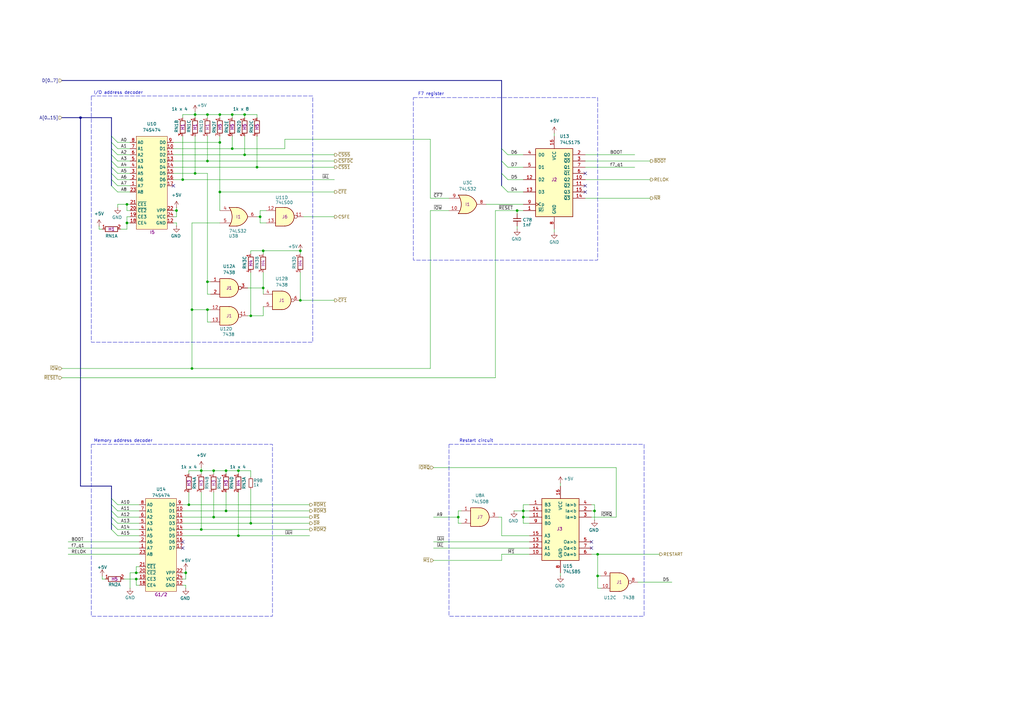
<source format=kicad_sch>
(kicad_sch (version 20250114) (generator "eeschema") (generator_version "9.0")
  (paper "A3")
  (title_block (title "Elwro 800 Junior Rev C - address decoders") (company "Przemysław Węgrzyn <pwegrzyn@codepainters.com>"))
  (lib_symbols
    (symbol "74xx:74LS00" (pin_names (offset 1.016))
      (property "Reference" "U" (at 0 1.27 0))
      (property "Value" "74LS00" (at 0 -1.27 0))
      (symbol "74LS00_1_1"
        (pin input line (at -7.62 2.54 0) (length 3.81) (name "~") (number "1"))
        (pin input line (at -7.62 -2.54 0) (length 3.81) (name "~") (number "2"))
        (pin output inverted (at 7.62 0 180) (length 3.81) (name "~") (number "3"))
      )
      (symbol "74LS00_1_2"
        (pin input inverted (at -7.62 2.54 0) (length 4.318) (name "~") (number "1"))
        (pin input inverted (at -7.62 -2.54 0) (length 4.318) (name "~") (number "2"))
        (pin output line (at 7.62 0 180) (length 3.81) (name "~") (number "3"))
      )
      (symbol "74LS00_2_1"
        (pin input line (at -7.62 2.54 0) (length 3.81) (name "~") (number "4"))
        (pin input line (at -7.62 -2.54 0) (length 3.81) (name "~") (number "5"))
        (pin output inverted (at 7.62 0 180) (length 3.81) (name "~") (number "6"))
      )
      (symbol "74LS00_2_2"
        (pin input inverted (at -7.62 2.54 0) (length 4.318) (name "~") (number "4"))
        (pin input inverted (at -7.62 -2.54 0) (length 4.318) (name "~") (number "5"))
        (pin output line (at 7.62 0 180) (length 3.81) (name "~") (number "6"))
      )
      (symbol "74LS00_3_1"
        (pin input line (at -7.62 2.54 0) (length 3.81) (name "~") (number "9"))
        (pin input line (at -7.62 -2.54 0) (length 3.81) (name "~") (number "10"))
        (pin output inverted (at 7.62 0 180) (length 3.81) (name "~") (number "8"))
      )
      (symbol "74LS00_3_2"
        (pin input inverted (at -7.62 2.54 0) (length 4.318) (name "~") (number "9"))
        (pin input inverted (at -7.62 -2.54 0) (length 4.318) (name "~") (number "10"))
        (pin output line (at 7.62 0 180) (length 3.81) (name "~") (number "8"))
      )
      (symbol "74LS00_4_1"
        (pin input line (at -7.62 2.54 0) (length 3.81) (name "~") (number "12"))
        (pin input line (at -7.62 -2.54 0) (length 3.81) (name "~") (number "13"))
        (pin output inverted (at 7.62 0 180) (length 3.81) (name "~") (number "11"))
      )
      (symbol "74LS00_4_2"
        (pin input inverted (at -7.62 2.54 0) (length 4.318) (name "~") (number "12"))
        (pin input inverted (at -7.62 -2.54 0) (length 4.318) (name "~") (number "13"))
        (pin output line (at 7.62 0 180) (length 3.81) (name "~") (number "11"))
      )
      (symbol "74LS00_5_0"
        (pin power_in line (at 0 12.7 270) (length 5.08) (name "VCC") (number "14"))
        (pin power_in line (at 0 -12.7 90) (length 5.08) (name "GND") (number "7"))
      )
    )
    (symbol "74xx:74LS08" (pin_names (offset 1.016))
      (property "Reference" "U" (at 0 1.27 0))
      (property "Value" "74LS08" (at 0 -1.27 0))
      (symbol "74LS08_1_1"
        (pin input line (at -7.62 2.54 0) (length 3.81) (name "~") (number "1"))
        (pin input line (at -7.62 -2.54 0) (length 3.81) (name "~") (number "2"))
        (pin output line (at 7.62 0 180) (length 3.81) (name "~") (number "3"))
      )
      (symbol "74LS08_1_2"
        (pin input inverted (at -7.62 2.54 0) (length 4.318) (name "~") (number "1"))
        (pin input inverted (at -7.62 -2.54 0) (length 4.318) (name "~") (number "2"))
        (pin output inverted (at 7.62 0 180) (length 3.81) (name "~") (number "3"))
      )
      (symbol "74LS08_2_1"
        (pin input line (at -7.62 2.54 0) (length 3.81) (name "~") (number "4"))
        (pin input line (at -7.62 -2.54 0) (length 3.81) (name "~") (number "5"))
        (pin output line (at 7.62 0 180) (length 3.81) (name "~") (number "6"))
      )
      (symbol "74LS08_2_2"
        (pin input inverted (at -7.62 2.54 0) (length 4.318) (name "~") (number "4"))
        (pin input inverted (at -7.62 -2.54 0) (length 4.318) (name "~") (number "5"))
        (pin output inverted (at 7.62 0 180) (length 3.81) (name "~") (number "6"))
      )
      (symbol "74LS08_3_1"
        (pin input line (at -7.62 2.54 0) (length 3.81) (name "~") (number "9"))
        (pin input line (at -7.62 -2.54 0) (length 3.81) (name "~") (number "10"))
        (pin output line (at 7.62 0 180) (length 3.81) (name "~") (number "8"))
      )
      (symbol "74LS08_3_2"
        (pin input inverted (at -7.62 2.54 0) (length 4.318) (name "~") (number "9"))
        (pin input inverted (at -7.62 -2.54 0) (length 4.318) (name "~") (number "10"))
        (pin output inverted (at 7.62 0 180) (length 3.81) (name "~") (number "8"))
      )
      (symbol "74LS08_4_1"
        (pin input line (at -7.62 2.54 0) (length 3.81) (name "~") (number "12"))
        (pin input line (at -7.62 -2.54 0) (length 3.81) (name "~") (number "13"))
        (pin output line (at 7.62 0 180) (length 3.81) (name "~") (number "11"))
      )
      (symbol "74LS08_4_2"
        (pin input inverted (at -7.62 2.54 0) (length 4.318) (name "~") (number "12"))
        (pin input inverted (at -7.62 -2.54 0) (length 4.318) (name "~") (number "13"))
        (pin output inverted (at 7.62 0 180) (length 3.81) (name "~") (number "11"))
      )
      (symbol "74LS08_5_0"
        (pin power_in line (at 0 12.7 270) (length 5.08) (name "VCC") (number "14"))
        (pin power_in line (at 0 -12.7 90) (length 5.08) (name "GND") (number "7"))
      )
    )
    (symbol "74xx:74LS175" (pin_names (offset 1.016))
      (property "Reference" "U" (at -7.62 13.97 0))
      (property "Value" "74LS175" (at -7.62 -16.51 0))
      (symbol "74LS175_1_0"
        (pin input line (at -12.7 10.16 0) (length 5.08) (name "D0") (number "4"))
        (pin input line (at -12.7 5.08 0) (length 5.08) (name "D1") (number "5"))
        (pin input line (at -12.7 0 0) (length 5.08) (name "D2") (number "12"))
        (pin input line (at -12.7 -5.08 0) (length 5.08) (name "D3") (number "13"))
        (pin input clock (at -12.7 -10.16 0) (length 5.08) (name "Cp") (number "9"))
        (pin input line (at -12.7 -12.7 0) (length 5.08) (name "~{Mr}") (number "1"))
        (pin power_in line (at 0 17.78 270) (length 5.08) (name "VCC") (number "16"))
        (pin power_in line (at 0 -20.32 90) (length 5.08) (name "GND") (number "8"))
        (pin output line (at 12.7 10.16 180) (length 5.08) (name "Q0") (number "2"))
        (pin output line (at 12.7 7.62 180) (length 5.08) (name "~{Q0}") (number "3"))
        (pin output line (at 12.7 5.08 180) (length 5.08) (name "Q1") (number "7"))
        (pin output line (at 12.7 2.54 180) (length 5.08) (name "~{Q1}") (number "6"))
        (pin output line (at 12.7 0 180) (length 5.08) (name "Q2") (number "10"))
        (pin output line (at 12.7 -2.54 180) (length 5.08) (name "~{Q2}") (number "11"))
        (pin output line (at 12.7 -5.08 180) (length 5.08) (name "Q3") (number "15"))
        (pin output line (at 12.7 -7.62 180) (length 5.08) (name "~{Q3}") (number "14"))
      )
    )
    (symbol "74xx:74LS32" (pin_names (offset 1.016))
      (property "Reference" "U" (at 0 1.27 0))
      (property "Value" "74LS32" (at 0 -1.27 0))
      (symbol "74LS32_1_1"
        (pin input line (at -7.62 2.54 0) (length 4.318) (name "~") (number "1"))
        (pin input line (at -7.62 -2.54 0) (length 4.318) (name "~") (number "2"))
        (pin output line (at 7.62 0 180) (length 3.81) (name "~") (number "3"))
      )
      (symbol "74LS32_1_2"
        (pin input inverted (at -7.62 2.54 0) (length 3.81) (name "~") (number "1"))
        (pin input inverted (at -7.62 -2.54 0) (length 3.81) (name "~") (number "2"))
        (pin output inverted (at 7.62 0 180) (length 3.81) (name "~") (number "3"))
      )
      (symbol "74LS32_2_1"
        (pin input line (at -7.62 2.54 0) (length 4.318) (name "~") (number "4"))
        (pin input line (at -7.62 -2.54 0) (length 4.318) (name "~") (number "5"))
        (pin output line (at 7.62 0 180) (length 3.81) (name "~") (number "6"))
      )
      (symbol "74LS32_2_2"
        (pin input inverted (at -7.62 2.54 0) (length 3.81) (name "~") (number "4"))
        (pin input inverted (at -7.62 -2.54 0) (length 3.81) (name "~") (number "5"))
        (pin output inverted (at 7.62 0 180) (length 3.81) (name "~") (number "6"))
      )
      (symbol "74LS32_3_1"
        (pin input line (at -7.62 2.54 0) (length 4.318) (name "~") (number "9"))
        (pin input line (at -7.62 -2.54 0) (length 4.318) (name "~") (number "10"))
        (pin output line (at 7.62 0 180) (length 3.81) (name "~") (number "8"))
      )
      (symbol "74LS32_3_2"
        (pin input inverted (at -7.62 2.54 0) (length 3.81) (name "~") (number "9"))
        (pin input inverted (at -7.62 -2.54 0) (length 3.81) (name "~") (number "10"))
        (pin output inverted (at 7.62 0 180) (length 3.81) (name "~") (number "8"))
      )
      (symbol "74LS32_4_1"
        (pin input line (at -7.62 2.54 0) (length 4.318) (name "~") (number "12"))
        (pin input line (at -7.62 -2.54 0) (length 4.318) (name "~") (number "13"))
        (pin output line (at 7.62 0 180) (length 3.81) (name "~") (number "11"))
      )
      (symbol "74LS32_4_2"
        (pin input inverted (at -7.62 2.54 0) (length 3.81) (name "~") (number "12"))
        (pin input inverted (at -7.62 -2.54 0) (length 3.81) (name "~") (number "13"))
        (pin output inverted (at 7.62 0 180) (length 3.81) (name "~") (number "11"))
      )
      (symbol "74LS32_5_0"
        (pin power_in line (at 0 12.7 270) (length 5.08) (name "VCC") (number "14"))
        (pin power_in line (at 0 -12.7 90) (length 5.08) (name "GND") (number "7"))
      )
    )
    (symbol "74xx:74LS38" (pin_names (offset 1.016))
      (property "Reference" "U" (at 0 1.27 0))
      (property "Value" "74LS38" (at 0 -1.27 0))
      (symbol "74LS38_1_1"
        (pin input line (at -7.62 2.54 0) (length 3.81) (name "~") (number "1"))
        (pin input line (at -7.62 -2.54 0) (length 3.81) (name "~") (number "2"))
        (pin open_collector inverted (at 7.62 0 180) (length 3.81) (name "~") (number "3"))
      )
      (symbol "74LS38_1_2"
        (pin input inverted (at -7.62 2.54 0) (length 4.318) (name "~") (number "1"))
        (pin input inverted (at -7.62 -2.54 0) (length 4.318) (name "~") (number "2"))
        (pin open_collector line (at 7.62 0 180) (length 3.81) (name "~") (number "3"))
      )
      (symbol "74LS38_2_1"
        (pin input line (at -7.62 2.54 0) (length 3.81) (name "~") (number "4"))
        (pin input line (at -7.62 -2.54 0) (length 3.81) (name "~") (number "5"))
        (pin open_collector inverted (at 7.62 0 180) (length 3.81) (name "~") (number "6"))
      )
      (symbol "74LS38_2_2"
        (pin input inverted (at -7.62 2.54 0) (length 4.318) (name "~") (number "4"))
        (pin input inverted (at -7.62 -2.54 0) (length 4.318) (name "~") (number "5"))
        (pin open_collector line (at 7.62 0 180) (length 3.81) (name "~") (number "6"))
      )
      (symbol "74LS38_3_1"
        (pin input line (at -7.62 2.54 0) (length 3.81) (name "~") (number "9"))
        (pin input line (at -7.62 -2.54 0) (length 3.81) (name "~") (number "10"))
        (pin open_collector inverted (at 7.62 0 180) (length 3.81) (name "~") (number "8"))
      )
      (symbol "74LS38_3_2"
        (pin input inverted (at -7.62 2.54 0) (length 4.318) (name "~") (number "9"))
        (pin input inverted (at -7.62 -2.54 0) (length 4.318) (name "~") (number "10"))
        (pin open_collector line (at 7.62 0 180) (length 3.81) (name "~") (number "8"))
      )
      (symbol "74LS38_4_1"
        (pin input line (at -7.62 2.54 0) (length 3.81) (name "~") (number "12"))
        (pin input line (at -7.62 -2.54 0) (length 3.81) (name "~") (number "13"))
        (pin open_collector inverted (at 7.62 0 180) (length 3.81) (name "~") (number "11"))
      )
      (symbol "74LS38_4_2"
        (pin input inverted (at -7.62 2.54 0) (length 4.318) (name "~") (number "12"))
        (pin input inverted (at -7.62 -2.54 0) (length 4.318) (name "~") (number "13"))
        (pin open_collector line (at 7.62 0 180) (length 3.81) (name "~") (number "11"))
      )
      (symbol "74LS38_5_0"
        (pin power_in line (at 0 12.7 270) (length 5.08) (name "VCC") (number "14"))
        (pin power_in line (at 0 -12.7 90) (length 5.08) (name "GND") (number "7"))
      )
    )
    (symbol "74xx:74LS85" (pin_names (offset 1.016))
      (property "Reference" "U" (at -7.62 13.97 0))
      (property "Value" "74LS85" (at -7.62 -13.97 0))
      (symbol "74LS85_1_0"
        (pin input line (at -12.7 10.16 0) (length 5.08) (name "B3") (number "1"))
        (pin input line (at -12.7 7.62 0) (length 5.08) (name "B2") (number "14"))
        (pin input line (at -12.7 5.08 0) (length 5.08) (name "B1") (number "11"))
        (pin input line (at -12.7 2.54 0) (length 5.08) (name "B0") (number "9"))
        (pin input line (at -12.7 -2.54 0) (length 5.08) (name "A3") (number "15"))
        (pin input line (at -12.7 -5.08 0) (length 5.08) (name "A2") (number "13"))
        (pin input line (at -12.7 -7.62 0) (length 5.08) (name "A1") (number "12"))
        (pin input line (at -12.7 -10.16 0) (length 5.08) (name "A0") (number "10"))
        (pin power_in line (at 0 17.78 270) (length 5.08) (name "VCC") (number "16"))
        (pin power_in line (at 0 -17.78 90) (length 5.08) (name "GND") (number "8"))
        (pin input line (at 12.7 10.16 180) (length 5.08) (name "Ia>b") (number "4"))
        (pin input line (at 12.7 7.62 180) (length 5.08) (name "Ia<b") (number "2"))
        (pin input line (at 12.7 5.08 180) (length 5.08) (name "Ia=b") (number "3"))
        (pin output line (at 12.7 -5.08 180) (length 5.08) (name "Oa>b") (number "5"))
        (pin output line (at 12.7 -7.62 180) (length 5.08) (name "Oa<b") (number "7"))
        (pin output line (at 12.7 -10.16 180) (length 5.08) (name "Oa=b") (number "6"))
      )
    )
    (symbol "Device:C_Small" (pin_numbers (hide yes)) (pin_names (offset 0.254) (hide yes))
      (property "Reference" "C" (at 0.254 1.778 0))
      (property "Value" "C_Small" (at 0.254 -2.032 0))
      (symbol "C_Small_1_1"
        (pin passive line (at 0 2.54 270) (length 2.032) (name "~") (number "1"))
        (pin passive line (at 0 -2.54 90) (length 2.032) (name "~") (number "2"))
      )
    )
    (symbol "Device:R_Network04_Split" (pin_names (offset 0) (hide yes))
      (property "Reference" "RN" (at 2.032 0 90))
      (property "Value" "R_Network04_Split" (at 0 0 90))
      (symbol "R_Network04_Split_0_1"
        (pin passive line (at 0 3.81 270) (length 1.27) (name "R1") (number "1"))
      )
      (symbol "R_Network04_Split_1_1"
        (pin passive line (at 0 -3.81 90) (length 1.27) (name "R1.2") (number "2"))
      )
      (symbol "R_Network04_Split_2_1"
        (pin passive line (at 0 -3.81 90) (length 1.27) (name "R2.2") (number "3"))
      )
      (symbol "R_Network04_Split_3_1"
        (pin passive line (at 0 -3.81 90) (length 1.27) (name "R3.2") (number "4"))
      )
      (symbol "R_Network04_Split_4_1"
        (pin passive line (at 0 -3.81 90) (length 1.27) (name "R4.2") (number "5"))
      )
    )
    (symbol "Device:R_Network08_Split" (pin_names (offset 0) (hide yes))
      (property "Reference" "RN" (at 2.032 0 90))
      (property "Value" "R_Network08_Split" (at 0 0 90))
      (symbol "R_Network08_Split_0_1"
        (pin passive line (at 0 3.81 270) (length 1.27) (name "R1") (number "1"))
      )
      (symbol "R_Network08_Split_1_1"
        (pin passive line (at 0 -3.81 90) (length 1.27) (name "R1.2") (number "2"))
      )
      (symbol "R_Network08_Split_2_1"
        (pin passive line (at 0 -3.81 90) (length 1.27) (name "R2.2") (number "3"))
      )
      (symbol "R_Network08_Split_3_1"
        (pin passive line (at 0 -3.81 90) (length 1.27) (name "R3.2") (number "4"))
      )
      (symbol "R_Network08_Split_4_1"
        (pin passive line (at 0 -3.81 90) (length 1.27) (name "R4.2") (number "5"))
      )
      (symbol "R_Network08_Split_5_1"
        (pin passive line (at 0 -3.81 90) (length 1.27) (name "R5.2") (number "6"))
      )
      (symbol "R_Network08_Split_6_1"
        (pin passive line (at 0 -3.81 90) (length 1.27) (name "R6.2") (number "7"))
      )
      (symbol "R_Network08_Split_7_1"
        (pin passive line (at 0 -3.81 90) (length 1.27) (name "R7.2") (number "8"))
      )
      (symbol "R_Network08_Split_8_1"
        (pin passive line (at 0 -3.81 90) (length 1.27) (name "R8.2") (number "9"))
      )
    )
    (symbol "Device:R_Small" (pin_numbers (hide yes)) (pin_names (offset 0.254) (hide yes))
      (property "Reference" "R" (at 0.762 0.508 0))
      (property "Value" "R_Small" (at 0.762 -1.016 0))
      (symbol "R_Small_1_1"
        (pin passive line (at 0 2.54 270) (length 0.762) (name "~") (number "1"))
        (pin passive line (at 0 -2.54 90) (length 0.762) (name "~") (number "2"))
      )
    )
    (symbol "e800j_custom:74S474"
      (property "Reference" "U" (at 2.286 1.016 0))
      (symbol "74S474_1_1"
        (pin input line (at -2.54 -2.54 0) (length 2.54) (name "A0") (number "8"))
        (pin input line (at -2.54 -5.08 0) (length 2.54) (name "A1") (number "7"))
        (pin input line (at -2.54 -7.62 0) (length 2.54) (name "A2") (number "6"))
        (pin input line (at -2.54 -10.16 0) (length 2.54) (name "A3") (number "5"))
        (pin input line (at -2.54 -12.7 0) (length 2.54) (name "A4") (number "4"))
        (pin input line (at -2.54 -15.24 0) (length 2.54) (name "A5") (number "3"))
        (pin input line (at -2.54 -17.78 0) (length 2.54) (name "A6") (number "2"))
        (pin input line (at -2.54 -20.32 0) (length 2.54) (name "A7") (number "1"))
        (pin input line (at -2.54 -22.86 0) (length 2.54) (name "A8") (number "23"))
        (pin input line (at -2.54 -27.94 0) (length 2.54) (name "~{CE1}") (number "21"))
        (pin input line (at -2.54 -30.48 0) (length 2.54) (name "~{CE2}") (number "20"))
        (pin input line (at -2.54 -33.02 0) (length 2.54) (name "CE3") (number "19"))
        (pin input line (at -2.54 -35.56 0) (length 2.54) (name "CE4") (number "18"))
        (pin output line (at 15.24 -2.54 180) (length 2.54) (name "D0") (number "9"))
        (pin output line (at 15.24 -5.08 180) (length 2.54) (name "D1") (number "10"))
        (pin output line (at 15.24 -7.62 180) (length 2.54) (name "D2") (number "11"))
        (pin output line (at 15.24 -10.16 180) (length 2.54) (name "D3") (number "13"))
        (pin output line (at 15.24 -12.7 180) (length 2.54) (name "D4") (number "14"))
        (pin output line (at 15.24 -15.24 180) (length 2.54) (name "D5") (number "15"))
        (pin output line (at 15.24 -17.78 180) (length 2.54) (name "D6") (number "16"))
        (pin output line (at 15.24 -20.32 180) (length 2.54) (name "D7") (number "17"))
        (pin power_in line (at 15.24 -30.48 180) (length 2.54) (name "VPP") (number "22"))
        (pin power_in line (at 15.24 -33.02 180) (length 2.54) (name "VCC") (number "24"))
        (pin power_in line (at 15.24 -35.56 180) (length 2.54) (name "GND") (number "12"))
      )
    )
    (symbol "power:+5V" (power) (pin_numbers (hide yes)) (pin_names (offset 0) (hide yes))
      (property "Value" "+5V" (at 0 3.556 0))
      (symbol "+5V_1_1"
        (pin power_in line (at 0 0 90) (length 0) (name "~") (number "1"))
      )
    )
    (symbol "power:GND" (power) (pin_numbers (hide yes)) (pin_names (offset 0) (hide yes))
      (property "Value" "GND" (at 0 -3.81 0))
      (symbol "GND_1_1"
        (pin power_in line (at 0 0 270) (length 0) (name "~") (number "1"))
      )
    )
  )
  (rectangle (start 184.15 182.245) (end 264.16 252.73) (stroke (width 0) (type dash)))
  (rectangle (start 169.545 40.005) (end 245.11 106.68) (stroke (width 0) (type dash)))
  (rectangle (start 37.465 182.245) (end 111.76 252.73) (stroke (width 0) (type dash)))
  (rectangle (start 37.465 39.37) (end 128.27 140.335) (stroke (width 0) (type dash)))
  (text "Memory address decoder" (at 50.546 180.848 0) (effects (font (size 1.27 1.27))))
  (text "F7 register" (at 176.784 38.608 0) (effects (font (size 1.27 1.27))))
  (text "Restart circuit" (at 195.326 180.848 0) (effects (font (size 1.27 1.27))))
  (text "I/O address decoder" (at 48.514 38.1 0) (effects (font (size 1.27 1.27))))
  (junction (at 92.71 193.04))
  (junction (at 85.09 66.04))
  (junction (at 214.63 209.55))
  (junction (at 52.07 83.82))
  (junction (at 87.63 212.09))
  (junction (at 97.79 219.71))
  (junction (at 78.74 127))
  (junction (at 55.88 234.95))
  (junction (at 102.87 214.63))
  (junction (at 214.63 212.09))
  (junction (at 95.25 60.96))
  (junction (at 102.87 129.54))
  (junction (at 52.07 91.44))
  (junction (at 55.88 237.49))
  (junction (at 80.01 71.12))
  (junction (at 90.17 58.42))
  (junction (at 85.09 127))
  (junction (at 100.33 46.99))
  (junction (at 72.39 86.36))
  (junction (at 97.79 193.04))
  (junction (at 212.09 86.36))
  (junction (at 100.33 63.5))
  (junction (at 82.55 193.04))
  (junction (at 243.84 209.55))
  (junction (at 74.93 73.66))
  (junction (at 76.2 234.95))
  (junction (at 77.47 207.01))
  (junction (at 87.63 193.04))
  (junction (at 106.68 88.9))
  (junction (at 245.11 236.22))
  (junction (at 123.19 123.19))
  (junction (at 105.41 68.58))
  (junction (at 245.11 227.33))
  (junction (at 92.71 209.55))
  (junction (at 90.17 46.99))
  (junction (at 85.09 115.57))
  (junction (at 82.55 217.17))
  (junction (at 107.95 102.87))
  (junction (at 90.17 78.74))
  (junction (at 78.74 151.13))
  (junction (at 85.09 46.99))
  (junction (at 80.01 46.99))
  (junction (at 187.96 212.09))
  (junction (at 33.02 48.26))
  (junction (at 123.19 102.87))
  (junction (at 95.25 46.99))
  (junction (at 107.95 118.11))
  (no_connect (at 240.03 78.74))
  (no_connect (at 71.12 76.2))
  (no_connect (at 74.93 224.79))
  (no_connect (at 240.03 71.12))
  (no_connect (at 242.57 224.79))
  (no_connect (at 240.03 76.2))
  (no_connect (at 74.93 222.25))
  (no_connect (at 242.57 222.25))
  (bus_entry (at 48.26 60.96) (size -2.54 -2.54))
  (bus_entry (at 48.26 214.63) (size -2.54 -2.54))
  (bus_entry (at 48.26 78.74) (size -2.54 -2.54))
  (bus_entry (at 48.26 73.66) (size -2.54 -2.54))
  (bus_entry (at 48.26 58.42) (size -2.54 -2.54))
  (bus_entry (at 48.26 217.17) (size -2.54 -2.54))
  (bus_entry (at 208.28 78.74) (size -2.54 -2.54))
  (bus_entry (at 208.28 63.5) (size -2.54 -2.54))
  (bus_entry (at 48.26 66.04) (size -2.54 -2.54))
  (bus_entry (at 48.26 71.12) (size -2.54 -2.54))
  (bus_entry (at 48.26 219.71) (size -2.54 -2.54))
  (bus_entry (at 208.28 73.66) (size -2.54 -2.54))
  (bus_entry (at 208.28 68.58) (size -2.54 -2.54))
  (bus_entry (at 48.26 209.55) (size -2.54 -2.54))
  (bus_entry (at 48.26 76.2) (size -2.54 -2.54))
  (bus_entry (at 48.26 212.09) (size -2.54 -2.54))
  (bus_entry (at 48.26 207.01) (size -2.54 -2.54))
  (bus_entry (at 48.26 68.58) (size -2.54 -2.54))
  (bus_entry (at 48.26 63.5) (size -2.54 -2.54))
  (bus (pts (xy 33.02 48.26) (xy 45.72 48.26)))
  (wire (pts (xy 176.53 81.28) (xy 184.15 81.28)))
  (bus (pts (xy 45.72 214.63) (xy 45.72 212.09)))
  (wire (pts (xy 55.88 237.49) (xy 57.15 237.49)))
  (bus (pts (xy 33.02 48.26) (xy 33.02 199.39)))
  (wire (pts (xy 87.63 212.09) (xy 127 212.09)))
  (bus (pts (xy 45.72 60.96) (xy 45.72 63.5)))
  (wire (pts (xy 245.11 227.33) (xy 245.11 236.22)))
  (bus (pts (xy 45.72 204.47) (xy 45.72 199.39)))
  (bus (pts (xy 45.72 48.26) (xy 45.72 55.88)))
  (wire (pts (xy 72.39 92.71) (xy 72.39 91.44)))
  (wire (pts (xy 52.07 93.98) (xy 52.07 91.44)))
  (wire (pts (xy 212.09 86.36) (xy 212.09 87.63)))
  (bus (pts (xy 25.4 48.26) (xy 33.02 48.26)))
  (wire (pts (xy 53.34 88.9) (xy 52.07 88.9)))
  (wire (pts (xy 27.94 222.25) (xy 57.15 222.25)))
  (wire (pts (xy 208.28 78.74) (xy 214.63 78.74)))
  (wire (pts (xy 229.87 198.12) (xy 229.87 199.39)))
  (wire (pts (xy 212.09 92.71) (xy 212.09 93.98)))
  (wire (pts (xy 71.12 68.58) (xy 105.41 68.58)))
  (wire (pts (xy 53.34 241.3) (xy 53.34 234.95)))
  (wire (pts (xy 48.26 83.82) (xy 48.26 85.09)))
  (wire (pts (xy 92.71 193.04) (xy 97.79 193.04)))
  (wire (pts (xy 85.09 132.08) (xy 86.36 132.08)))
  (wire (pts (xy 242.57 209.55) (xy 243.84 209.55)))
  (wire (pts (xy 74.93 207.01) (xy 77.47 207.01)))
  (bus (pts (xy 33.02 199.39) (xy 45.72 199.39)))
  (wire (pts (xy 78.74 127) (xy 78.74 151.13)))
  (wire (pts (xy 95.25 46.99) (xy 100.33 46.99)))
  (wire (pts (xy 95.25 46.99) (xy 95.25 48.26)))
  (bus (pts (xy 45.72 66.04) (xy 45.72 68.58)))
  (wire (pts (xy 90.17 58.42) (xy 90.17 55.88)))
  (wire (pts (xy 261.62 238.76) (xy 275.59 238.76)))
  (wire (pts (xy 107.95 111.76) (xy 107.95 118.11)))
  (bus (pts (xy 25.4 33.02) (xy 205.74 33.02)))
  (wire (pts (xy 100.33 63.5) (xy 100.33 55.88)))
  (wire (pts (xy 52.07 91.44) (xy 53.34 91.44)))
  (wire (pts (xy 203.2 86.36) (xy 203.2 154.94)))
  (wire (pts (xy 48.26 76.2) (xy 53.34 76.2)))
  (wire (pts (xy 242.57 227.33) (xy 245.11 227.33)))
  (wire (pts (xy 92.71 201.93) (xy 92.71 209.55)))
  (wire (pts (xy 102.87 102.87) (xy 102.87 104.14)))
  (wire (pts (xy 177.8 224.79) (xy 217.17 224.79)))
  (wire (pts (xy 72.39 86.36) (xy 72.39 85.09)))
  (wire (pts (xy 77.47 193.04) (xy 82.55 193.04)))
  (wire (pts (xy 97.79 219.71) (xy 127 219.71)))
  (wire (pts (xy 242.57 212.09) (xy 252.73 212.09)))
  (wire (pts (xy 92.71 209.55) (xy 127 209.55)))
  (wire (pts (xy 85.09 46.99) (xy 80.01 46.99)))
  (wire (pts (xy 100.33 63.5) (xy 137.16 63.5)))
  (wire (pts (xy 208.28 68.58) (xy 214.63 68.58)))
  (wire (pts (xy 189.23 214.63) (xy 187.96 214.63)))
  (wire (pts (xy 210.82 209.55) (xy 214.63 209.55)))
  (wire (pts (xy 48.26 212.09) (xy 57.15 212.09)))
  (wire (pts (xy 123.19 111.76) (xy 123.19 123.19)))
  (wire (pts (xy 243.84 209.55) (xy 243.84 213.36)))
  (wire (pts (xy 227.33 54.61) (xy 227.33 55.88)))
  (wire (pts (xy 80.01 45.72) (xy 80.01 46.99)))
  (wire (pts (xy 48.26 58.42) (xy 53.34 58.42)))
  (wire (pts (xy 52.07 83.82) (xy 48.26 83.82)))
  (wire (pts (xy 71.12 73.66) (xy 74.93 73.66)))
  (wire (pts (xy 85.09 115.57) (xy 86.36 115.57)))
  (wire (pts (xy 102.87 214.63) (xy 127 214.63)))
  (wire (pts (xy 240.03 63.5) (xy 260.35 63.5)))
  (wire (pts (xy 82.55 201.93) (xy 82.55 217.17)))
  (wire (pts (xy 48.26 68.58) (xy 53.34 68.58)))
  (wire (pts (xy 27.94 227.33) (xy 57.15 227.33)))
  (wire (pts (xy 86.36 120.65) (xy 85.09 120.65)))
  (wire (pts (xy 243.84 207.01) (xy 242.57 207.01)))
  (wire (pts (xy 245.11 236.22) (xy 246.38 236.22)))
  (wire (pts (xy 214.63 212.09) (xy 214.63 209.55)))
  (wire (pts (xy 48.26 78.74) (xy 53.34 78.74)))
  (wire (pts (xy 177.8 222.25) (xy 217.17 222.25)))
  (wire (pts (xy 77.47 194.31) (xy 77.47 193.04)))
  (wire (pts (xy 48.26 73.66) (xy 53.34 73.66)))
  (wire (pts (xy 77.47 201.93) (xy 77.47 207.01)))
  (wire (pts (xy 105.41 68.58) (xy 137.16 68.58)))
  (wire (pts (xy 82.55 191.77) (xy 82.55 193.04)))
  (wire (pts (xy 48.26 219.71) (xy 57.15 219.71)))
  (wire (pts (xy 82.55 217.17) (xy 127 217.17)))
  (bus (pts (xy 45.72 63.5) (xy 45.72 66.04)))
  (wire (pts (xy 48.26 207.01) (xy 57.15 207.01)))
  (wire (pts (xy 55.88 232.41) (xy 57.15 232.41)))
  (wire (pts (xy 97.79 201.93) (xy 97.79 219.71)))
  (bus (pts (xy 45.72 212.09) (xy 45.72 209.55)))
  (wire (pts (xy 177.8 212.09) (xy 187.96 212.09)))
  (wire (pts (xy 71.12 63.5) (xy 100.33 63.5)))
  (wire (pts (xy 53.34 234.95) (xy 55.88 234.95)))
  (wire (pts (xy 27.94 224.79) (xy 57.15 224.79)))
  (wire (pts (xy 214.63 214.63) (xy 214.63 212.09)))
  (wire (pts (xy 90.17 78.74) (xy 137.16 78.74)))
  (wire (pts (xy 208.28 63.5) (xy 214.63 63.5)))
  (wire (pts (xy 48.26 60.96) (xy 53.34 60.96)))
  (wire (pts (xy 176.53 57.15) (xy 176.53 81.28)))
  (wire (pts (xy 82.55 193.04) (xy 82.55 194.31)))
  (wire (pts (xy 101.6 129.54) (xy 102.87 129.54)))
  (wire (pts (xy 74.93 73.66) (xy 137.16 73.66)))
  (wire (pts (xy 105.41 55.88) (xy 105.41 68.58)))
  (wire (pts (xy 72.39 88.9) (xy 72.39 86.36)))
  (wire (pts (xy 214.63 212.09) (xy 217.17 212.09)))
  (wire (pts (xy 205.74 229.87) (xy 205.74 227.33)))
  (wire (pts (xy 55.88 234.95) (xy 57.15 234.95)))
  (wire (pts (xy 52.07 83.82) (xy 53.34 83.82)))
  (wire (pts (xy 107.95 129.54) (xy 107.95 125.73)))
  (wire (pts (xy 245.11 241.3) (xy 245.11 236.22)))
  (wire (pts (xy 240.03 81.28) (xy 266.7 81.28)))
  (wire (pts (xy 80.01 46.99) (xy 80.01 48.26)))
  (wire (pts (xy 82.55 193.04) (xy 87.63 193.04)))
  (wire (pts (xy 240.03 68.58) (xy 260.35 68.58)))
  (wire (pts (xy 243.84 207.01) (xy 243.84 209.55)))
  (wire (pts (xy 212.09 86.36) (xy 214.63 86.36)))
  (wire (pts (xy 246.38 241.3) (xy 245.11 241.3)))
  (bus (pts (xy 45.72 71.12) (xy 45.72 73.66)))
  (wire (pts (xy 92.71 193.04) (xy 92.71 194.31)))
  (bus (pts (xy 45.72 207.01) (xy 45.72 204.47)))
  (wire (pts (xy 41.91 93.98) (xy 40.64 93.98)))
  (wire (pts (xy 78.74 151.13) (xy 176.53 151.13)))
  (wire (pts (xy 123.19 104.14) (xy 123.19 102.87)))
  (wire (pts (xy 48.26 209.55) (xy 57.15 209.55)))
  (wire (pts (xy 41.91 237.49) (xy 41.91 236.22)))
  (wire (pts (xy 187.96 214.63) (xy 187.96 212.09)))
  (wire (pts (xy 101.6 118.11) (xy 107.95 118.11)))
  (wire (pts (xy 52.07 86.36) (xy 52.07 83.82)))
  (wire (pts (xy 71.12 66.04) (xy 85.09 66.04)))
  (bus (pts (xy 45.72 68.58) (xy 45.72 71.12)))
  (wire (pts (xy 100.33 46.99) (xy 105.41 46.99)))
  (wire (pts (xy 85.09 71.12) (xy 85.09 115.57)))
  (wire (pts (xy 208.28 73.66) (xy 214.63 73.66)))
  (wire (pts (xy 116.84 60.96) (xy 116.84 57.15)))
  (wire (pts (xy 95.25 60.96) (xy 95.25 55.88)))
  (wire (pts (xy 74.93 237.49) (xy 76.2 237.49)))
  (wire (pts (xy 240.03 66.04) (xy 266.7 66.04)))
  (wire (pts (xy 123.19 123.19) (xy 137.16 123.19)))
  (wire (pts (xy 90.17 58.42) (xy 90.17 78.74)))
  (wire (pts (xy 107.95 118.11) (xy 107.95 120.65)))
  (wire (pts (xy 74.93 209.55) (xy 92.71 209.55)))
  (wire (pts (xy 57.15 240.03) (xy 55.88 240.03)))
  (wire (pts (xy 124.46 88.9) (xy 137.16 88.9)))
  (wire (pts (xy 85.09 120.65) (xy 85.09 115.57)))
  (wire (pts (xy 74.93 214.63) (xy 102.87 214.63)))
  (wire (pts (xy 71.12 86.36) (xy 72.39 86.36)))
  (wire (pts (xy 105.41 88.9) (xy 106.68 88.9)))
  (wire (pts (xy 123.19 102.87) (xy 107.95 102.87)))
  (bus (pts (xy 45.72 73.66) (xy 45.72 76.2)))
  (wire (pts (xy 187.96 212.09) (xy 187.96 209.55)))
  (wire (pts (xy 100.33 46.99) (xy 100.33 48.26)))
  (wire (pts (xy 40.64 93.98) (xy 40.64 92.71)))
  (wire (pts (xy 74.93 219.71) (xy 97.79 219.71)))
  (wire (pts (xy 74.93 212.09) (xy 87.63 212.09)))
  (wire (pts (xy 53.34 86.36) (xy 52.07 86.36)))
  (wire (pts (xy 48.26 71.12) (xy 53.34 71.12)))
  (wire (pts (xy 71.12 71.12) (xy 80.01 71.12)))
  (wire (pts (xy 106.68 86.36) (xy 109.22 86.36)))
  (wire (pts (xy 240.03 73.66) (xy 266.7 73.66)))
  (wire (pts (xy 85.09 127) (xy 85.09 132.08)))
  (wire (pts (xy 116.84 57.15) (xy 176.53 57.15)))
  (wire (pts (xy 187.96 209.55) (xy 189.23 209.55)))
  (wire (pts (xy 78.74 127) (xy 85.09 127)))
  (wire (pts (xy 177.8 229.87) (xy 205.74 229.87)))
  (wire (pts (xy 25.4 154.94) (xy 203.2 154.94)))
  (bus (pts (xy 45.72 58.42) (xy 45.72 60.96)))
  (wire (pts (xy 106.68 86.36) (xy 106.68 88.9)))
  (wire (pts (xy 90.17 78.74) (xy 90.17 86.36)))
  (wire (pts (xy 205.74 219.71) (xy 217.17 219.71)))
  (wire (pts (xy 72.39 91.44) (xy 71.12 91.44)))
  (wire (pts (xy 87.63 193.04) (xy 92.71 193.04)))
  (bus (pts (xy 205.74 76.2) (xy 205.74 71.12)))
  (wire (pts (xy 106.68 88.9) (xy 106.68 91.44)))
  (wire (pts (xy 90.17 48.26) (xy 90.17 46.99)))
  (wire (pts (xy 107.95 102.87) (xy 102.87 102.87)))
  (wire (pts (xy 74.93 234.95) (xy 76.2 234.95)))
  (wire (pts (xy 227.33 93.98) (xy 227.33 95.25)))
  (wire (pts (xy 85.09 71.12) (xy 80.01 71.12)))
  (bus (pts (xy 45.72 55.88) (xy 45.72 58.42)))
  (wire (pts (xy 74.93 46.99) (xy 74.93 48.26)))
  (wire (pts (xy 87.63 201.93) (xy 87.63 212.09)))
  (wire (pts (xy 229.87 234.95) (xy 229.87 236.22)))
  (wire (pts (xy 55.88 240.03) (xy 55.88 237.49)))
  (wire (pts (xy 71.12 58.42) (xy 90.17 58.42)))
  (wire (pts (xy 86.36 127) (xy 85.09 127)))
  (wire (pts (xy 55.88 234.95) (xy 55.88 232.41)))
  (wire (pts (xy 176.53 151.13) (xy 176.53 86.36)))
  (wire (pts (xy 78.74 91.44) (xy 90.17 91.44)))
  (wire (pts (xy 102.87 129.54) (xy 107.95 129.54)))
  (wire (pts (xy 80.01 55.88) (xy 80.01 71.12)))
  (wire (pts (xy 105.41 46.99) (xy 105.41 48.26)))
  (wire (pts (xy 205.74 227.33) (xy 217.17 227.33)))
  (wire (pts (xy 76.2 237.49) (xy 76.2 234.95)))
  (wire (pts (xy 71.12 60.96) (xy 95.25 60.96)))
  (wire (pts (xy 205.74 212.09) (xy 205.74 219.71)))
  (wire (pts (xy 214.63 209.55) (xy 214.63 207.01)))
  (wire (pts (xy 76.2 234.95) (xy 76.2 233.68)))
  (wire (pts (xy 102.87 193.04) (xy 102.87 195.58)))
  (wire (pts (xy 95.25 60.96) (xy 116.84 60.96)))
  (wire (pts (xy 78.74 91.44) (xy 78.74 127)))
  (wire (pts (xy 109.22 91.44) (xy 106.68 91.44)))
  (bus (pts (xy 45.72 209.55) (xy 45.72 207.01)))
  (wire (pts (xy 252.73 191.77) (xy 252.73 212.09)))
  (wire (pts (xy 43.18 237.49) (xy 41.91 237.49)))
  (wire (pts (xy 87.63 193.04) (xy 87.63 194.31)))
  (wire (pts (xy 245.11 227.33) (xy 270.51 227.33)))
  (wire (pts (xy 76.2 240.03) (xy 74.93 240.03)))
  (wire (pts (xy 203.2 86.36) (xy 212.09 86.36)))
  (wire (pts (xy 50.8 237.49) (xy 55.88 237.49)))
  (bus (pts (xy 45.72 217.17) (xy 45.72 214.63)))
  (wire (pts (xy 214.63 207.01) (xy 217.17 207.01)))
  (wire (pts (xy 74.93 217.17) (xy 82.55 217.17)))
  (wire (pts (xy 102.87 111.76) (xy 102.87 129.54)))
  (wire (pts (xy 214.63 209.55) (xy 217.17 209.55)))
  (wire (pts (xy 85.09 48.26) (xy 85.09 46.99)))
  (bus (pts (xy 205.74 60.96) (xy 205.74 33.02)))
  (wire (pts (xy 48.26 217.17) (xy 57.15 217.17)))
  (bus (pts (xy 205.74 71.12) (xy 205.74 66.04)))
  (wire (pts (xy 48.26 63.5) (xy 53.34 63.5)))
  (wire (pts (xy 199.39 83.82) (xy 214.63 83.82)))
  (wire (pts (xy 74.93 55.88) (xy 74.93 73.66)))
  (wire (pts (xy 76.2 241.3) (xy 76.2 240.03)))
  (wire (pts (xy 71.12 88.9) (xy 72.39 88.9)))
  (wire (pts (xy 204.47 212.09) (xy 205.74 212.09)))
  (wire (pts (xy 102.87 200.66) (xy 102.87 214.63)))
  (wire (pts (xy 48.26 66.04) (xy 53.34 66.04)))
  (wire (pts (xy 90.17 46.99) (xy 95.25 46.99)))
  (bus (pts (xy 205.74 66.04) (xy 205.74 60.96)))
  (wire (pts (xy 107.95 102.87) (xy 107.95 104.14)))
  (wire (pts (xy 97.79 193.04) (xy 102.87 193.04)))
  (wire (pts (xy 25.4 151.13) (xy 78.74 151.13)))
  (wire (pts (xy 80.01 46.99) (xy 74.93 46.99)))
  (wire (pts (xy 85.09 46.99) (xy 90.17 46.99)))
  (wire (pts (xy 49.53 93.98) (xy 52.07 93.98)))
  (wire (pts (xy 77.47 207.01) (xy 127 207.01)))
  (wire (pts (xy 214.63 214.63) (xy 217.17 214.63)))
  (wire (pts (xy 85.09 55.88) (xy 85.09 66.04)))
  (wire (pts (xy 52.07 88.9) (xy 52.07 91.44)))
  (wire (pts (xy 97.79 193.04) (xy 97.79 194.31)))
  (wire (pts (xy 177.8 191.77) (xy 252.73 191.77)))
  (wire (pts (xy 48.26 214.63) (xy 57.15 214.63)))
  (wire (pts (xy 85.09 66.04) (xy 137.16 66.04)))
  (wire (pts (xy 176.53 86.36) (xy 184.15 86.36)))
  (label "BOOT" (at 250.19 63.5 0))
  (label "~{CF7}" (at 177.8 81.28 0))
  (label "A1" (at 49.53 60.96 0))
  (label "RELOK" (at 29.21 227.33 0))
  (label "D5" (at 209.55 73.66 0))
  (label "A6" (at 49.53 73.66 0))
  (label "A15" (at 49.53 219.71 0))
  (label "f7_q1" (at 250.19 68.58 0))
  (label "A4" (at 49.53 68.58 0))
  (label "A11" (at 49.53 209.55 0))
  (label "~{IOW}" (at 177.8 86.36 0))
  (label "A2" (at 49.53 63.5 0))
  (label "A8" (at 49.53 78.74 0))
  (label "D7" (at 209.55 68.58 0))
  (label "A12" (at 49.53 212.09 0))
  (label "A9" (at 179.07 212.09 0))
  (label "A3" (at 49.53 66.04 0))
  (label "f7_q1" (at 29.21 224.79 0))
  (label "~{RESET}" (at 204.47 86.36 0))
  (label "A5" (at 49.53 71.12 0))
  (label "D6" (at 209.55 63.5 0))
  (label "A14" (at 49.53 217.17 0))
  (label "D5" (at 271.78 238.76 0))
  (label "~{IAH}" (at 179.07 222.25 0))
  (label "A13" (at 49.53 214.63 0))
  (label "A0" (at 49.53 58.42 0))
  (label "BOOT" (at 29.21 222.25 0))
  (label "D4" (at 209.55 78.74 0))
  (label "~{IAL}" (at 179.07 224.79 0))
  (label "~{IORQ}" (at 246.38 212.09 0))
  (label "~{IAL}" (at 132.08 73.66 0))
  (label "~{M1}" (at 208.28 227.33 0))
  (label "A7" (at 49.53 76.2 0))
  (label "~{IAH}" (at 116.84 219.71 0))
  (label "A10" (at 49.53 207.01 0))
  (hierarchical_label "CSFE" (shape output) (at 137.16 88.9 0))
  (hierarchical_label "~{CS51}" (shape output) (at 137.16 68.58 0))
  (hierarchical_label "~{BOOT}" (shape output) (at 266.7 66.04 0))
  (hierarchical_label "~{CF1}" (shape output) (at 137.16 123.19 0))
  (hierarchical_label "~{M1}" (shape input) (at 177.8 229.87 180))
  (hierarchical_label "~{IOW}" (shape input) (at 25.4 151.13 180))
  (hierarchical_label "~{CSFDC}" (shape output) (at 137.16 66.04 0))
  (hierarchical_label "~{CS55}" (shape output) (at 137.16 63.5 0))
  (hierarchical_label "A[0..15]" (shape input) (at 25.4 48.26 180))
  (hierarchical_label "~{ROM1}" (shape output) (at 127 207.01 0))
  (hierarchical_label "~{IORQ}" (shape input) (at 177.8 191.77 180))
  (hierarchical_label "RESTART" (shape output) (at 270.51 227.33 0))
  (hierarchical_label "~{CFE}" (shape output) (at 137.16 78.74 0))
  (hierarchical_label "RELOK" (shape output) (at 266.7 73.66 0))
  (hierarchical_label "~{ROM3}" (shape output) (at 127 209.55 0))
  (hierarchical_label "D[0..7]" (shape input) (at 25.4 33.02 180))
  (hierarchical_label "~{RESET}" (shape input) (at 25.4 154.94 180))
  (hierarchical_label "~{ROM2}" (shape output) (at 127 217.17 0))
  (hierarchical_label "~{RS}" (shape output) (at 127 212.09 0))
  (hierarchical_label "~{DR}" (shape output) (at 127 214.63 0))
  (hierarchical_label "~{NR}" (shape output) (at 266.7 81.28 0))
  (symbol (lib_id "Device:R_Network04_Split") (at 77.47 198.12 0) (unit 1)
    (property "Reference" "RN4" (at 79.756 200.66 90) (effects (justify left)))
    (property "Value" "1k x 4" (at 74.168 191.516 0) (effects (justify left)))
    (property "Footprint" "e800j_custom:r_array_5" (effects (hide yes)))
    (property "Datasheet" "http://www.vishay.com/docs/31509/csc.pdf" (effects (hide yes)))
    (property "Description" "4 resistor network, star topology, bussed resistors, split" (effects (hide yes)))
    (property "OrigRef" "H3" (at 77.47 198.12 90))
  )
  (symbol (lib_id "74xx:74LS85") (at 229.87 217.17 0) (unit 1)
    (property "Reference" "U15" (at 230.886 232.156 0) (effects (justify left)))
    (property "Value" "74LS85" (at 230.886 234.442 0) (effects (justify left)))
    (property "Footprint" "e800j_custom:DIP16_300" (effects (hide yes)))
    (property "Datasheet" "http://www.ti.com/lit/gpn/sn74LS85" (effects (hide yes)))
    (property "Description" "4-bit Comparator" (effects (hide yes)))
    (property "OrigRef" "J3" (at 228.346 216.916 0) (effects (justify left)))
    (property "OrigType" "74LS85PC" (effects (hide yes)))
  )
  (symbol (lib_id "Device:R_Network04_Split") (at 102.87 107.95 0) (unit 3)
    (property "Reference" "RN3" (at 100.33 107.696 90))
    (property "Value" "1k x 4" (effects (hide yes)))
    (property "Footprint" "e800j_custom:r_array_5" (effects (hide yes)))
    (property "Datasheet" "http://www.vishay.com/docs/31509/csc.pdf" (effects (hide yes)))
    (property "Description" "4 resistor network, star topology, bussed resistors, split" (effects (hide yes)))
    (property "OrigRef" "H4" (at 102.87 107.95 90))
  )
  (symbol (lib_id "power:GND") (at 48.26 85.09 0) (unit 1)
    (property "Reference" "#PWR048" (effects (hide yes)))
    (property "Value" "GND" (at 48.006 89.154 0))
    (property "Description" "Power symbol creates a global label with name \"GND\" , ground" (effects (hide yes)))
  )
  (symbol (lib_id "Device:C_Small") (at 212.09 90.17 0) (unit 1)
    (property "Reference" "C78" (at 214.376 90.17 0) (effects (justify left)))
    (property "Value" "1nF" (at 214.376 92.202 0) (effects (justify left)))
    (property "Footprint" "e800j_custom:c_200" (effects (hide yes)))
    (property "Description" "Unpolarized capacitor, small symbol" (effects (hide yes)))
  )
  (symbol (lib_id "74xx:74LS08") (at 196.85 212.09 0) (unit 1)
    (property "Reference" "U8" (at 196.8417 203.2 0))
    (property "Value" "74LS08" (at 196.8417 205.74 0))
    (property "Footprint" "e800j_custom:DIP14_300" (effects (hide yes)))
    (property "Datasheet" "http://www.ti.com/lit/gpn/sn74LS08" (effects (hide yes)))
    (property "Description" "Quad And2" (effects (hide yes)))
    (property "OrigRef" "J7" (at 196.85 212.09 0))
    (property "OrigType" "UCY74LS08N" (effects (hide yes)))
  )
  (symbol (lib_id "74xx:74LS38") (at 93.98 129.54 0) (unit 4)
    (property "Reference" "U12" (at 92.71 134.874 0))
    (property "Value" "7438" (at 93.726 137.16 0))
    (property "Footprint" "e800j_custom:DIP14_300" (effects (hide yes)))
    (property "Datasheet" "http://www.ti.com/lit/gpn/sn74LS38" (effects (hide yes)))
    (property "Description" "Quad Buffer 2-input NAND Open collector" (effects (hide yes)))
    (property "OrigRef" "J1" (at 93.98 129.54 0))
    (property "OrigType" "UCY7438N" (effects (hide yes)))
  )
  (symbol (lib_id "74xx:74LS175") (at 227.33 73.66 0) (unit 1)
    (property "Reference" "U13" (at 229.5241 55.88 0) (effects (justify left)))
    (property "Value" "74LS175" (at 229.5241 58.42 0) (effects (justify left)))
    (property "Footprint" "e800j_custom:DIP16_300" (effects (hide yes)))
    (property "Datasheet" "http://www.ti.com/lit/gpn/sn74LS175" (effects (hide yes)))
    (property "Description" "4-bit D Flip-Flop, reset" (effects (hide yes)))
    (property "OrigRef" "J2" (at 227.33 73.66 0))
    (property "OrigType" "UCY74LS175N" (effects (hide yes)))
  )
  (symbol (lib_id "e800j_custom:74S474") (at 59.69 204.47 0) (unit 1)
    (property "Reference" "U14" (at 66.04 200.66 0))
    (property "Value" "74S474" (at 66.04 203.2 0))
    (property "Footprint" "e800j_custom:DIP24_600" (effects (hide yes)))
    (property "OrigRef" "G1/2" (at 66.04 243.84 0))
    (property "OrigType" "КР556РТ5" (effects (hide yes)))
  )
  (symbol (lib_id "power:GND") (at 210.82 209.55 0) (unit 1)
    (property "Reference" "#PWR053" (effects (hide yes)))
    (property "Value" "GND" (at 210.566 213.614 0))
    (property "Description" "Power symbol creates a global label with name \"GND\" , ground" (effects (hide yes)))
  )
  (symbol (lib_id "Device:R_Network04_Split") (at 87.63 198.12 0) (unit 3)
    (property "Reference" "RN4" (at 89.916 200.66 90) (effects (justify left)))
    (property "Value" "1k x 4" (effects (hide yes)))
    (property "Footprint" "e800j_custom:r_array_5" (effects (hide yes)))
    (property "Datasheet" "http://www.vishay.com/docs/31509/csc.pdf" (effects (hide yes)))
    (property "Description" "4 resistor network, star topology, bussed resistors, split" (effects (hide yes)))
    (property "OrigRef" "H3" (at 87.63 198.12 90))
  )
  (symbol (lib_id "Device:R_Network08_Split") (at 100.33 52.07 0) (unit 4)
    (property "Reference" "RN2" (at 98.044 54.61 90) (effects (justify left)))
    (property "Value" "1k x 8" (effects (hide yes)))
    (property "Footprint" "e800j_custom:r_array_9" (effects (hide yes)))
    (property "Datasheet" "http://www.vishay.com/docs/31509/csc.pdf" (effects (hide yes)))
    (property "Description" "8 resistor network, star topology, bussed resistors, split" (effects (hide yes)))
    (property "OrigRef" "H5" (at 100.33 52.07 90))
  )
  (symbol (lib_id "Device:R_Network08_Split") (at 95.25 52.07 0) (unit 5)
    (property "Reference" "RN2" (at 92.964 54.61 90) (effects (justify left)))
    (property "Value" "1k x 8" (effects (hide yes)))
    (property "Footprint" "e800j_custom:r_array_9" (effects (hide yes)))
    (property "Datasheet" "http://www.vishay.com/docs/31509/csc.pdf" (effects (hide yes)))
    (property "Description" "8 resistor network, star topology, bussed resistors, split" (effects (hide yes)))
    (property "OrigRef" "H5" (at 95.25 52.07 90))
  )
  (symbol (lib_id "74xx:74LS38") (at 115.57 123.19 0) (unit 2)
    (property "Reference" "U12" (at 115.5617 114.3 0))
    (property "Value" "7438" (at 115.5617 116.84 0))
    (property "Footprint" "e800j_custom:DIP14_300" (effects (hide yes)))
    (property "Datasheet" "http://www.ti.com/lit/gpn/sn74LS38" (effects (hide yes)))
    (property "Description" "Quad Buffer 2-input NAND Open collector" (effects (hide yes)))
    (property "OrigRef" "J1" (at 115.57 123.19 0))
    (property "OrigType" "UCY7438N" (effects (hide yes)))
  )
  (symbol (lib_id "power:+5V") (at 72.39 85.09 0) (unit 1)
    (property "Reference" "#PWR049" (effects (hide yes)))
    (property "Value" "+5V" (at 72.39 80.01 0))
    (property "Description" "Power symbol creates a global label with name \"+5V\"" (effects (hide yes)))
  )
  (symbol (lib_id "Device:R_Network04_Split") (at 92.71 198.12 0) (unit 4)
    (property "Reference" "RN4" (at 94.996 200.66 90) (effects (justify left)))
    (property "Value" "1k x 4" (effects (hide yes)))
    (property "Footprint" "e800j_custom:r_array_5" (effects (hide yes)))
    (property "Datasheet" "http://www.vishay.com/docs/31509/csc.pdf" (effects (hide yes)))
    (property "Description" "4 resistor network, star topology, bussed resistors, split" (effects (hide yes)))
    (property "OrigRef" "H3" (at 92.71 198.12 90))
  )
  (symbol (lib_id "Device:R_Network04_Split") (at 97.79 198.12 0) (unit 1)
    (property "Reference" "RN3" (at 100.076 198.12 90))
    (property "Value" "1k x 4" (at 97.536 191.516 0))
    (property "Footprint" "e800j_custom:r_array_5" (effects (hide yes)))
    (property "Datasheet" "http://www.vishay.com/docs/31509/csc.pdf" (effects (hide yes)))
    (property "Description" "4 resistor network, star topology, bussed resistors, split" (effects (hide yes)))
    (property "OrigRef" "H4" (at 97.79 198.12 90))
  )
  (symbol (lib_id "power:GND") (at 72.39 92.71 0) (unit 1)
    (property "Reference" "#PWR050" (effects (hide yes)))
    (property "Value" "GND" (at 72.136 96.774 0))
    (property "Description" "Power symbol creates a global label with name \"GND\" , ground" (effects (hide yes)))
  )
  (symbol (lib_id "Device:R_Small") (at 102.87 198.12 0) (unit 1)
    (property "Reference" "R98" (at 103.886 197.104 0) (effects (justify left)))
    (property "Value" "1k" (at 103.886 198.882 0) (effects (justify left)))
    (property "Footprint" "e800j_custom:r_400" (effects (hide yes)))
    (property "Description" "Resistor, small symbol" (effects (hide yes)))
  )
  (symbol (lib_id "power:GND") (at 227.33 95.25 0) (unit 1)
    (property "Reference" "#PWR068" (effects (hide yes)))
    (property "Value" "GND" (at 227.33 99.314 0))
    (property "Description" "Power symbol creates a global label with name \"GND\" , ground" (effects (hide yes)))
  )
  (symbol (lib_id "power:+5V") (at 40.64 92.71 0) (unit 1)
    (property "Reference" "#PWR047" (effects (hide yes)))
    (property "Value" "+5V" (at 40.64 87.63 0))
    (property "Description" "Power symbol creates a global label with name \"+5V\"" (effects (hide yes)))
  )
  (symbol (lib_id "74xx:74LS38") (at 254 238.76 0) (unit 3)
    (property "Reference" "U12" (at 250.19 245.11 0))
    (property "Value" "7438" (at 257.81 245.11 0))
    (property "Footprint" "e800j_custom:DIP14_300" (effects (hide yes)))
    (property "Datasheet" "http://www.ti.com/lit/gpn/sn74LS38" (effects (hide yes)))
    (property "Description" "Quad Buffer 2-input NAND Open collector" (effects (hide yes)))
    (property "OrigRef" "J1" (at 254 238.76 0))
    (property "OrigType" "UCY7438N" (effects (hide yes)))
  )
  (symbol (lib_id "power:GND") (at 53.34 241.3 0) (unit 1)
    (property "Reference" "#PWR070" (effects (hide yes)))
    (property "Value" "GND" (at 53.34 245.11 0))
    (property "Description" "Power symbol creates a global label with name \"GND\" , ground" (effects (hide yes)))
  )
  (symbol (lib_id "power:+5V") (at 76.2 233.68 0) (unit 1)
    (property "Reference" "#PWR071" (effects (hide yes)))
    (property "Value" "+5V" (at 76.2 229.87 0))
    (property "Description" "Power symbol creates a global label with name \"+5V\"" (effects (hide yes)))
  )
  (symbol (lib_id "Device:R_Network04_Split") (at 85.09 52.07 0) (unit 4)
    (property "Reference" "RN1" (at 82.55 51.816 90))
    (property "Value" "1k x 4" (effects (hide yes)))
    (property "Footprint" "e800j_custom:r_array_5" (effects (hide yes)))
    (property "Datasheet" "http://www.vishay.com/docs/31509/csc.pdf" (effects (hide yes)))
    (property "Description" "4 resistor network, star topology, bussed resistors, split" (effects (hide yes)))
    (property "OrigRef" "H1" (at 85.09 52.07 90))
  )
  (symbol (lib_id "74xx:74LS32") (at 97.79 88.9 0) (unit 2)
    (property "Reference" "U3" (at 95.758 96.774 0))
    (property "Value" "74LS32" (at 97.536 94.742 0))
    (property "Footprint" "e800j_custom:DIP14_300" (effects (hide yes)))
    (property "Datasheet" "http://www.ti.com/lit/gpn/sn74LS32" (effects (hide yes)))
    (property "Description" "Quad 2-input OR" (effects (hide yes)))
    (property "OrigRef" "I1" (at 97.79 88.9 0))
    (property "OrigType" "UCY74LS32N" (effects (hide yes)))
  )
  (symbol (lib_id "74xx:74LS38") (at 93.98 118.11 0) (unit 1)
    (property "Reference" "U12" (at 93.9717 109.22 0))
    (property "Value" "7438" (at 93.9717 111.76 0))
    (property "Footprint" "e800j_custom:DIP14_300" (effects (hide yes)))
    (property "Datasheet" "http://www.ti.com/lit/gpn/sn74LS38" (effects (hide yes)))
    (property "Description" "Quad Buffer 2-input NAND Open collector" (effects (hide yes)))
    (property "OrigRef" "J1" (at 93.98 118.11 0))
    (property "OrigType" "UCY7438N" (effects (hide yes)))
  )
  (symbol (lib_id "Device:R_Network04_Split") (at 45.72 93.98 90) (unit 1)
    (property "Reference" "RN1" (at 45.72 96.774 90))
    (property "Value" "1k x 4" (effects (hide yes)))
    (property "Footprint" "e800j_custom:r_array_5" (effects (hide yes)))
    (property "Datasheet" "http://www.vishay.com/docs/31509/csc.pdf" (effects (hide yes)))
    (property "Description" "4 resistor network, star topology, bussed resistors, split" (effects (hide yes)))
    (property "OrigRef" "H1" (at 45.72 93.98 90))
  )
  (symbol (lib_id "power:+5V") (at 227.33 54.61 0) (unit 1)
    (property "Reference" "#PWR058" (effects (hide yes)))
    (property "Value" "+5V" (at 227.33 49.53 0))
    (property "Description" "Power symbol creates a global label with name \"+5V\"" (effects (hide yes)))
  )
  (symbol (lib_id "power:GND") (at 243.84 213.36 0) (unit 1)
    (property "Reference" "#PWR057" (effects (hide yes)))
    (property "Value" "GND" (at 243.586 217.424 0))
    (property "Description" "Power symbol creates a global label with name \"GND\" , ground" (effects (hide yes)))
  )
  (symbol (lib_id "Device:R_Network04_Split") (at 80.01 52.07 0) (unit 3)
    (property "Reference" "RN1" (at 77.47 51.816 90))
    (property "Value" "1k x 4" (effects (hide yes)))
    (property "Footprint" "e800j_custom:r_array_5" (effects (hide yes)))
    (property "Datasheet" "http://www.vishay.com/docs/31509/csc.pdf" (effects (hide yes)))
    (property "Description" "4 resistor network, star topology, bussed resistors, split" (effects (hide yes)))
    (property "OrigRef" "H1" (at 80.01 52.07 90))
  )
  (symbol (lib_id "power:+5V") (at 123.19 102.87 0) (unit 1)
    (property "Reference" "#PWR052" (effects (hide yes)))
    (property "Value" "+5V" (at 118.11 101.092 0) (effects (justify left)))
    (property "Description" "Power symbol creates a global label with name \"+5V\"" (effects (hide yes)))
  )
  (symbol (lib_id "power:GND") (at 212.09 93.98 0) (unit 1)
    (property "Reference" "#PWR054" (effects (hide yes)))
    (property "Value" "GND" (at 211.836 98.044 0))
    (property "Description" "Power symbol creates a global label with name \"GND\" , ground" (effects (hide yes)))
  )
  (symbol (lib_id "power:+5V") (at 82.55 191.77 0) (unit 1)
    (property "Reference" "#PWR0203" (effects (hide yes)))
    (property "Value" "+5V" (at 82.55 186.69 0))
    (property "Description" "Power symbol creates a global label with name \"+5V\"" (effects (hide yes)))
  )
  (symbol (lib_id "power:GND") (at 76.2 241.3 0) (unit 1)
    (property "Reference" "#PWR072" (effects (hide yes)))
    (property "Value" "GND" (at 75.946 245.364 0))
    (property "Description" "Power symbol creates a global label with name \"GND\" , ground" (effects (hide yes)))
  )
  (symbol (lib_id "e800j_custom:74S474") (at 55.88 55.88 0) (unit 1)
    (property "Reference" "U10" (at 62.23 50.8 0))
    (property "Value" "74S474" (at 62.23 53.34 0))
    (property "Footprint" "e800j_custom:DIP24_600" (effects (hide yes)))
    (property "OrigRef" "I5" (at 62.484 95.25 0))
    (property "OrigType" "КР556РТ5" (effects (hide yes)))
  )
  (symbol (lib_id "Device:R_Network08_Split") (at 90.17 52.07 0) (unit 6)
    (property "Reference" "RN2" (at 87.884 54.61 90) (effects (justify left)))
    (property "Value" "1k x 8" (at 95.504 44.704 0) (effects (justify left)))
    (property "Footprint" "e800j_custom:r_array_9" (effects (hide yes)))
    (property "Datasheet" "http://www.vishay.com/docs/31509/csc.pdf" (effects (hide yes)))
    (property "Description" "8 resistor network, star topology, bussed resistors, split" (effects (hide yes)))
    (property "OrigRef" "H5" (at 90.17 52.07 90))
  )
  (symbol (lib_id "74xx:74LS32") (at 191.77 83.82 0) (unit 3)
    (property "Reference" "U3" (at 191.77 74.93 0))
    (property "Value" "74LS32" (at 191.77 77.47 0))
    (property "Footprint" "e800j_custom:DIP14_300" (effects (hide yes)))
    (property "Datasheet" "http://www.ti.com/lit/gpn/sn74LS32" (effects (hide yes)))
    (property "Description" "Quad 2-input OR" (effects (hide yes)))
    (property "OrigRef" "I1" (at 191.77 83.82 0))
    (property "OrigType" "UCY74LS32N" (effects (hide yes)))
  )
  (symbol (lib_id "Device:R_Network04_Split") (at 82.55 198.12 0) (unit 2)
    (property "Reference" "RN4" (at 84.836 200.66 90) (effects (justify left)))
    (property "Value" "1k x 4" (effects (hide yes)))
    (property "Footprint" "e800j_custom:r_array_5" (effects (hide yes)))
    (property "Datasheet" "http://www.vishay.com/docs/31509/csc.pdf" (effects (hide yes)))
    (property "Description" "4 resistor network, star topology, bussed resistors, split" (effects (hide yes)))
    (property "OrigRef" "H3" (at 82.55 198.12 90))
  )
  (symbol (lib_id "power:+5V") (at 80.01 45.72 0) (unit 1)
    (property "Reference" "#PWR051" (effects (hide yes)))
    (property "Value" "+5V" (at 82.804 43.18 0))
    (property "Description" "Power symbol creates a global label with name \"+5V\"" (effects (hide yes)))
  )
  (symbol (lib_id "Device:R_Network04_Split") (at 123.19 107.95 0) (unit 4)
    (property "Reference" "RN3" (at 120.65 107.696 90))
    (property "Value" "1k x 4" (effects (hide yes)))
    (property "Footprint" "e800j_custom:r_array_5" (effects (hide yes)))
    (property "Datasheet" "http://www.vishay.com/docs/31509/csc.pdf" (effects (hide yes)))
    (property "Description" "4 resistor network, star topology, bussed resistors, split" (effects (hide yes)))
    (property "OrigRef" "H4" (at 123.19 107.95 90))
  )
  (symbol (lib_id "Device:R_Network08_Split") (at 105.41 52.07 0) (unit 3)
    (property "Reference" "RN2" (at 103.124 54.61 90) (effects (justify left)))
    (property "Value" "1k x 8" (effects (hide yes)))
    (property "Footprint" "e800j_custom:r_array_9" (effects (hide yes)))
    (property "Datasheet" "http://www.vishay.com/docs/31509/csc.pdf" (effects (hide yes)))
    (property "Description" "8 resistor network, star topology, bussed resistors, split" (effects (hide yes)))
    (property "OrigRef" "H5" (at 105.41 52.07 90))
  )
  (symbol (lib_id "Device:R_Network04_Split") (at 74.93 52.07 0) (unit 2)
    (property "Reference" "RN1" (at 72.39 51.816 90))
    (property "Value" "1k x 4" (at 73.66 44.704 0))
    (property "Footprint" "e800j_custom:r_array_5" (effects (hide yes)))
    (property "Datasheet" "http://www.vishay.com/docs/31509/csc.pdf" (effects (hide yes)))
    (property "Description" "4 resistor network, star topology, bussed resistors, split" (effects (hide yes)))
    (property "OrigRef" "H1" (at 74.93 52.07 90))
  )
  (symbol (lib_id "power:+5V") (at 41.91 236.22 0) (unit 1)
    (property "Reference" "#PWR069" (effects (hide yes)))
    (property "Value" "+5V" (at 41.91 232.664 0))
    (property "Description" "Power symbol creates a global label with name \"+5V\"" (effects (hide yes)))
  )
  (symbol (lib_id "Device:R_Network04_Split") (at 107.95 107.95 0) (unit 2)
    (property "Reference" "RN3" (at 105.41 107.696 90))
    (property "Value" "1k x 4" (effects (hide yes)))
    (property "Footprint" "e800j_custom:r_array_5" (effects (hide yes)))
    (property "Datasheet" "http://www.vishay.com/docs/31509/csc.pdf" (effects (hide yes)))
    (property "Description" "4 resistor network, star topology, bussed resistors, split" (effects (hide yes)))
    (property "OrigRef" "H4" (at 107.95 107.95 90))
  )
  (symbol (lib_id "74xx:74LS00") (at 116.84 88.9 0) (unit 4)
    (property "Reference" "U11" (at 115.57 81.026 0))
    (property "Value" "74LS00" (at 116.586 83.058 0))
    (property "Footprint" "e800j_custom:DIP14_300" (effects (hide yes)))
    (property "Datasheet" "http://www.ti.com/lit/gpn/sn74ls00" (effects (hide yes)))
    (property "Description" "quad 2-input NAND gate" (effects (hide yes)))
    (property "OrigRef" "J6" (at 116.84 88.9 0))
    (property "OrigType" "UCY74LS00N" (effects (hide yes)))
  )
  (symbol (lib_id "power:GND") (at 229.87 236.22 0) (unit 1)
    (property "Reference" "#PWR056" (effects (hide yes)))
    (property "Value" "GND" (at 229.616 240.284 0))
    (property "Description" "Power symbol creates a global label with name \"GND\" , ground" (effects (hide yes)))
  )
  (symbol (lib_id "power:+5V") (at 229.87 198.12 0) (unit 1)
    (property "Reference" "#PWR055" (effects (hide yes)))
    (property "Value" "+5V" (at 233.172 196.342 0))
    (property "Description" "Power symbol creates a global label with name \"+5V\"" (effects (hide yes)))
  )
  (symbol (lib_id "Device:R_Network08_Split") (at 46.99 237.49 90) (unit 1)
    (property "Reference" "RN2" (at 49.53 239.776 90) (effects (justify left)))
    (property "Value" "1k x 8" (effects (hide yes)))
    (property "Footprint" "e800j_custom:r_array_9" (effects (hide yes)))
    (property "Datasheet" "http://www.vishay.com/docs/31509/csc.pdf" (effects (hide yes)))
    (property "Description" "8 resistor network, star topology, bussed resistors, split" (effects (hide yes)))
    (property "OrigRef" "H5" (at 46.99 237.49 90))
  )
)
</source>
